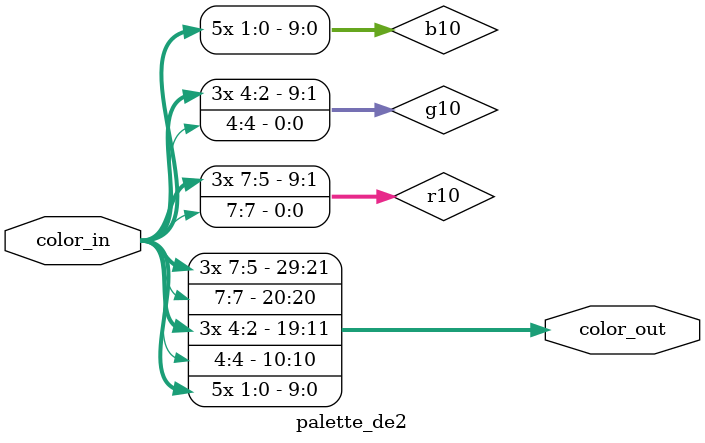
<source format=v>
module palette_de2
   (
    input wire [7:0] color_in,
    output wire [29:0] color_out
   );

   wire [9:0] r10, g10, b10; 
   // body
   // 3-bit red to 10-bit red, 3-bit green to 10-bit green 
   // 2-bit blue to 10-bit blue 
   assign r10 = {{3{color_in[7:5]}}, color_in[7]};
   assign g10 = {{3{color_in[4:2]}}, color_in[4]};
   assign b10 = {5{color_in[1:0]}};
   assign color_out = {r10, g10, b10};
endmodule
                       
</source>
